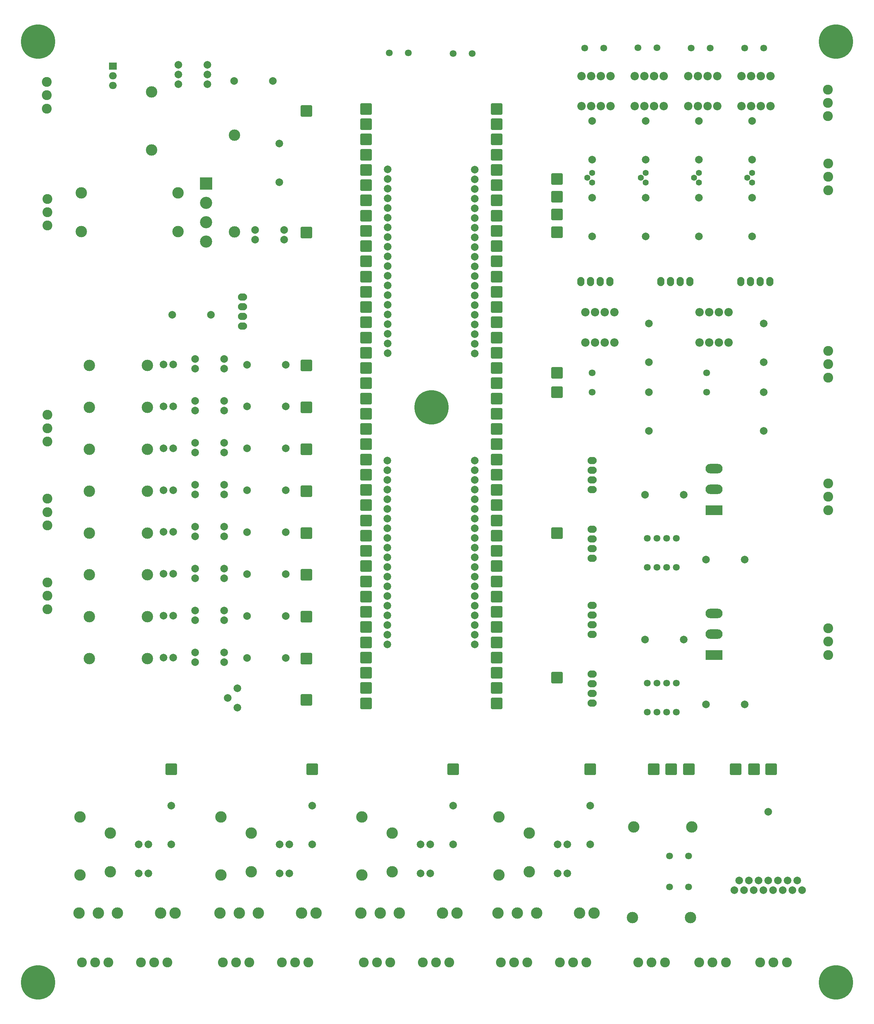
<source format=gbr>
%TF.GenerationSoftware,KiCad,Pcbnew,9.0.3*%
%TF.CreationDate,2025-10-22T18:44:45-06:00*%
%TF.ProjectId,PCB_HORNO,5043425f-484f-4524-9e4f-2e6b69636164,rev?*%
%TF.SameCoordinates,Original*%
%TF.FileFunction,Soldermask,Bot*%
%TF.FilePolarity,Negative*%
%FSLAX46Y46*%
G04 Gerber Fmt 4.6, Leading zero omitted, Abs format (unit mm)*
G04 Created by KiCad (PCBNEW 9.0.3) date 2025-10-22 18:44:45*
%MOMM*%
%LPD*%
G01*
G04 APERTURE LIST*
G04 Aperture macros list*
%AMRoundRect*
0 Rectangle with rounded corners*
0 $1 Rounding radius*
0 $2 $3 $4 $5 $6 $7 $8 $9 X,Y pos of 4 corners*
0 Add a 4 corners polygon primitive as box body*
4,1,4,$2,$3,$4,$5,$6,$7,$8,$9,$2,$3,0*
0 Add four circle primitives for the rounded corners*
1,1,$1+$1,$2,$3*
1,1,$1+$1,$4,$5*
1,1,$1+$1,$6,$7*
1,1,$1+$1,$8,$9*
0 Add four rect primitives between the rounded corners*
20,1,$1+$1,$2,$3,$4,$5,0*
20,1,$1+$1,$4,$5,$6,$7,0*
20,1,$1+$1,$6,$7,$8,$9,0*
20,1,$1+$1,$8,$9,$2,$3,0*%
G04 Aperture macros list end*
%ADD10RoundRect,0.288462X1.211538X-1.211538X1.211538X1.211538X-1.211538X1.211538X-1.211538X-1.211538X0*%
%ADD11C,2.000000*%
%ADD12C,2.204000*%
%ADD13C,9.000000*%
%ADD14C,2.600000*%
%ADD15R,3.200000X3.200000*%
%ADD16C,3.200000*%
%ADD17RoundRect,0.288462X-1.211538X-1.211538X1.211538X-1.211538X1.211538X1.211538X-1.211538X1.211538X0*%
%ADD18C,3.000000*%
%ADD19C,1.800000*%
%ADD20O,2.400000X1.900000*%
%ADD21O,1.900000X2.400000*%
%ADD22RoundRect,0.288462X1.211538X1.211538X-1.211538X1.211538X-1.211538X-1.211538X1.211538X-1.211538X0*%
%ADD23R,4.500000X2.500000*%
%ADD24O,4.500000X2.500000*%
%ADD25R,2.000000X1.905000*%
%ADD26O,2.000000X1.905000*%
%ADD27C,1.600000*%
G04 APERTURE END LIST*
D10*
%TO.C,PX62*%
X237000000Y-212000000D03*
%TD*%
D11*
%TO.C,R12*%
X107900000Y-47740000D03*
X107900000Y-57900000D03*
%TD*%
D12*
%TO.C,U12*%
X229190000Y-37970000D03*
X231730000Y-37970000D03*
X234270000Y-37970000D03*
X236810000Y-37970000D03*
X236810000Y-30030000D03*
X234270000Y-30030000D03*
X231730000Y-30030000D03*
X229190000Y-30030000D03*
%TD*%
D13*
%TO.C,H4*%
X44500000Y-268000000D03*
%TD*%
D11*
%TO.C,R22*%
X235000000Y-95000000D03*
X235000000Y-105160000D03*
%TD*%
D14*
%TO.C,J0_1*%
X47000000Y-119000000D03*
X47000000Y-122500000D03*
X47000000Y-126000000D03*
%TD*%
D15*
%TO.C,D10*%
X88600000Y-58260000D03*
D16*
X88600000Y-63340000D03*
X88600000Y-68420000D03*
X88600000Y-73500000D03*
%TD*%
D14*
%TO.C,J0_5*%
X252000000Y-60000000D03*
X252000000Y-56500000D03*
X252000000Y-53000000D03*
%TD*%
D17*
%TO.C,PX48*%
X115000000Y-128000000D03*
%TD*%
D18*
%TO.C,D12*%
X137500000Y-228767500D03*
X137500000Y-238927500D03*
%TD*%
D10*
%TO.C,PX69*%
X79500000Y-212000000D03*
%TD*%
D17*
%TO.C,P18*%
X130600000Y-82700000D03*
%TD*%
%TO.C,P22*%
X130600000Y-70700000D03*
%TD*%
D18*
%TO.C,R40*%
X200560000Y-251000000D03*
X215800000Y-251000000D03*
%TD*%
D11*
%TO.C,R15*%
X204000000Y-52000000D03*
X204000000Y-41840000D03*
%TD*%
%TO.C,U20*%
X236220000Y-223200000D03*
X227330000Y-243740000D03*
X228600000Y-241200000D03*
X229870000Y-243740000D03*
X231140000Y-241200000D03*
X232410000Y-243740000D03*
X233680000Y-241200000D03*
X234950000Y-243740000D03*
X236220000Y-241200000D03*
X237490000Y-243740000D03*
X238760000Y-241200000D03*
X240030000Y-243740000D03*
X241300000Y-241200000D03*
X242570000Y-243740000D03*
X243840000Y-241200000D03*
X245110000Y-243740000D03*
%TD*%
%TO.C,U8*%
X85795000Y-181325000D03*
X85795000Y-183865000D03*
X93415000Y-183865000D03*
X93415000Y-181325000D03*
%TD*%
%TO.C,R7*%
X99420000Y-171800000D03*
X109580000Y-171800000D03*
%TD*%
D18*
%TO.C,R13*%
X74295000Y-49440000D03*
X74295000Y-34200000D03*
%TD*%
D10*
%TO.C,PX45*%
X206120000Y-212000000D03*
%TD*%
D18*
%TO.C,R28*%
X58000000Y-106000000D03*
X73240000Y-106000000D03*
%TD*%
%TO.C,R33*%
X58000000Y-161000000D03*
X73240000Y-161000000D03*
%TD*%
D10*
%TO.C,PX72*%
X189500000Y-212000000D03*
%TD*%
D19*
%TO.C,C3*%
X235000000Y-22677500D03*
X230000000Y-22677500D03*
%TD*%
D17*
%TO.C,PX33*%
X164900000Y-154700000D03*
%TD*%
%TO.C,P34*%
X164900000Y-66700000D03*
%TD*%
D11*
%TO.C,D7*%
X80000000Y-171740000D03*
X77460000Y-171740000D03*
%TD*%
D17*
%TO.C,PX50*%
X115000000Y-150000000D03*
%TD*%
D14*
%TO.C,J0_3*%
X47000000Y-163000000D03*
X47000000Y-166500000D03*
X47000000Y-170000000D03*
%TD*%
D17*
%TO.C,P26*%
X164900000Y-86700000D03*
%TD*%
D20*
%TO.C,PS1*%
X190000000Y-169000000D03*
X190000000Y-171540000D03*
X190000000Y-174080000D03*
X190000000Y-176620000D03*
%TD*%
D17*
%TO.C,3V3a1*%
X130600000Y-46700000D03*
%TD*%
%TO.C,P0*%
X130600000Y-66700000D03*
%TD*%
%TO.C,PX12*%
X130600000Y-154700000D03*
%TD*%
D11*
%TO.C,D6*%
X80000000Y-160740000D03*
X77460000Y-160740000D03*
%TD*%
D17*
%TO.C,PX27*%
X164900000Y-178700000D03*
%TD*%
D11*
%TO.C,J2*%
X136200000Y-130980000D03*
X136200000Y-133520000D03*
X136200000Y-136060000D03*
X136200000Y-138600000D03*
X136200000Y-141140000D03*
X136200000Y-143680000D03*
X136200000Y-146220000D03*
X136200000Y-148760000D03*
X136200000Y-151300000D03*
X136200000Y-153840000D03*
X136200000Y-156380000D03*
X136200000Y-158920000D03*
X136200000Y-161460000D03*
X136200000Y-164000000D03*
X136200000Y-166540000D03*
X136200000Y-169080000D03*
X136200000Y-171620000D03*
X136200000Y-174160000D03*
X136200000Y-176700000D03*
X136200000Y-179240000D03*
%TD*%
%TO.C,R16*%
X218000000Y-52000000D03*
X218000000Y-41840000D03*
%TD*%
D17*
%TO.C,PX26*%
X164900000Y-182700000D03*
%TD*%
%TO.C,PX39*%
X164900000Y-130700000D03*
%TD*%
D11*
%TO.C,R49*%
X89945000Y-92735000D03*
X79785000Y-92735000D03*
%TD*%
D17*
%TO.C,P5*%
X130600000Y-86700000D03*
%TD*%
D21*
%TO.C,PS6*%
X229000000Y-84000000D03*
X231540000Y-84000000D03*
X234080000Y-84000000D03*
X236620000Y-84000000D03*
%TD*%
D22*
%TO.C,PX124*%
X180760000Y-57100000D03*
%TD*%
D11*
%TO.C,U14*%
X101495000Y-70425000D03*
X101495000Y-72965000D03*
X109115000Y-72965000D03*
X109115000Y-70425000D03*
%TD*%
%TO.C,D2*%
X80000000Y-116740000D03*
X77460000Y-116740000D03*
%TD*%
D12*
%TO.C,U11*%
X215190000Y-37970000D03*
X217730000Y-37970000D03*
X220270000Y-37970000D03*
X222810000Y-37970000D03*
X222810000Y-30030000D03*
X220270000Y-30030000D03*
X217730000Y-30030000D03*
X215190000Y-30030000D03*
%TD*%
D19*
%TO.C,C8*%
X220000000Y-108000000D03*
X220000000Y-113000000D03*
%TD*%
D10*
%TO.C,PX67*%
X153500000Y-212000000D03*
%TD*%
D11*
%TO.C,U1*%
X85795000Y-104325000D03*
X85795000Y-106865000D03*
X93415000Y-106865000D03*
X93415000Y-104325000D03*
%TD*%
D23*
%TO.C,Q7*%
X222000000Y-144000000D03*
D24*
X222000000Y-138550000D03*
X222000000Y-133100000D03*
%TD*%
D17*
%TO.C,PX3*%
X130600000Y-118700000D03*
%TD*%
D11*
%TO.C,U4*%
X85795000Y-137325000D03*
X85795000Y-139865000D03*
X93415000Y-139865000D03*
X93415000Y-137325000D03*
%TD*%
D12*
%TO.C,U9*%
X187187500Y-37970000D03*
X189727500Y-37970000D03*
X192267500Y-37970000D03*
X194807500Y-37970000D03*
X194807500Y-30030000D03*
X192267500Y-30030000D03*
X189727500Y-30030000D03*
X187187500Y-30030000D03*
%TD*%
D18*
%TO.C,R31*%
X58000000Y-139000000D03*
X73240000Y-139000000D03*
%TD*%
D17*
%TO.C,PX49*%
X115000000Y-139000000D03*
%TD*%
D18*
%TO.C,R39*%
X200900000Y-227200000D03*
X216140000Y-227200000D03*
%TD*%
%TO.C,R45*%
X129500000Y-239767500D03*
X129500000Y-224527500D03*
%TD*%
D17*
%TO.C,PX29*%
X164900000Y-170700000D03*
%TD*%
D19*
%TO.C,U19*%
X204500000Y-159000000D03*
X207040000Y-159000000D03*
X209580000Y-159000000D03*
X212120000Y-159000000D03*
X212120000Y-151380000D03*
X209580000Y-151380000D03*
X207040000Y-151380000D03*
X204500000Y-151380000D03*
%TD*%
D18*
%TO.C,R10*%
X55900000Y-60700000D03*
X81300000Y-60700000D03*
%TD*%
%TO.C,R43*%
X92500000Y-239767500D03*
X92500000Y-224527500D03*
%TD*%
D25*
%TO.C,Q5*%
X64180000Y-27420000D03*
D26*
X64180000Y-29960000D03*
X64180000Y-32500000D03*
%TD*%
D17*
%TO.C,PX28*%
X164900000Y-174700000D03*
%TD*%
D14*
%TO.C,J0_13*%
X252000000Y-109200000D03*
X252000000Y-105700000D03*
X252000000Y-102200000D03*
%TD*%
%TO.C,J0_25*%
X166000000Y-262767500D03*
X169500000Y-262767500D03*
X173000000Y-262767500D03*
%TD*%
D17*
%TO.C,P17*%
X130600000Y-102700000D03*
%TD*%
D11*
%TO.C,D8*%
X80000000Y-182740000D03*
X77460000Y-182740000D03*
%TD*%
%TO.C,J3*%
X159160000Y-179260000D03*
X159160000Y-176720000D03*
X159160000Y-174180000D03*
X159160000Y-171640000D03*
X159160000Y-169100000D03*
X159160000Y-166560000D03*
X159160000Y-164020000D03*
X159160000Y-161480000D03*
X159160000Y-158940000D03*
X159160000Y-156400000D03*
X159160000Y-153860000D03*
X159160000Y-151320000D03*
X159160000Y-148780000D03*
X159160000Y-146240000D03*
X159160000Y-143700000D03*
X159160000Y-141160000D03*
X159160000Y-138620000D03*
X159160000Y-136080000D03*
X159160000Y-133540000D03*
X159160000Y-131000000D03*
%TD*%
D18*
%TO.C,R11*%
X96100000Y-45600000D03*
X96100000Y-71000000D03*
%TD*%
D11*
%TO.C,J1*%
X136300000Y-54500000D03*
X136300000Y-57040000D03*
X136300000Y-59580000D03*
X136300000Y-62120000D03*
X136300000Y-64660000D03*
X136300000Y-67200000D03*
X136300000Y-69740000D03*
X136300000Y-72280000D03*
X136300000Y-74820000D03*
X136300000Y-77360000D03*
X136300000Y-79900000D03*
X136300000Y-82440000D03*
X136300000Y-84980000D03*
X136300000Y-87520000D03*
X136300000Y-90060000D03*
X136300000Y-92600000D03*
X136300000Y-95140000D03*
X136300000Y-97680000D03*
X136300000Y-100220000D03*
X136300000Y-102760000D03*
%TD*%
%TO.C,R38*%
X190000000Y-62000000D03*
X190000000Y-72160000D03*
%TD*%
D17*
%TO.C,GND3*%
X164900000Y-38700000D03*
%TD*%
%TO.C,PX25*%
X164900000Y-186700000D03*
%TD*%
%TO.C,P32*%
X164900000Y-74700000D03*
%TD*%
D11*
%TO.C,R1*%
X99420000Y-105800000D03*
X109580000Y-105800000D03*
%TD*%
D17*
%TO.C,PX38*%
X164900000Y-134700000D03*
%TD*%
D11*
%TO.C,R41*%
X79500000Y-231767500D03*
X79500000Y-221607500D03*
%TD*%
D17*
%TO.C,PX5*%
X130600000Y-126700000D03*
%TD*%
%TO.C,P21*%
X164900000Y-106700000D03*
%TD*%
D11*
%TO.C,R36*%
X218000000Y-62000000D03*
X218000000Y-72160000D03*
%TD*%
D20*
%TO.C,PS4*%
X190000000Y-131000000D03*
X190000000Y-133540000D03*
X190000000Y-136080000D03*
X190000000Y-138620000D03*
%TD*%
D11*
%TO.C,R26*%
X230000000Y-157000000D03*
X219840000Y-157000000D03*
%TD*%
D17*
%TO.C,P38*%
X164900000Y-58700000D03*
%TD*%
%TO.C,PX17*%
X130600000Y-174700000D03*
%TD*%
D14*
%TO.C,J0_20*%
X71500000Y-262767500D03*
X75000000Y-262767500D03*
X78500000Y-262767500D03*
%TD*%
D17*
%TO.C,PX37*%
X164900000Y-138700000D03*
%TD*%
D19*
%TO.C,C6*%
X193000000Y-22677500D03*
X188000000Y-22677500D03*
%TD*%
D17*
%TO.C,PX51*%
X115000000Y-161000000D03*
%TD*%
D22*
%TO.C,PX80*%
X180760000Y-150000000D03*
%TD*%
D17*
%TO.C,P12*%
X164900000Y-98700000D03*
%TD*%
D27*
%TO.C,Q1*%
X190000000Y-58000000D03*
X188730000Y-56730000D03*
X190000000Y-55460000D03*
%TD*%
D17*
%TO.C,PX7*%
X130600000Y-134700000D03*
%TD*%
%TO.C,TX1*%
X130600000Y-58700000D03*
%TD*%
D18*
%TO.C,R29*%
X58000000Y-117000000D03*
X73240000Y-117000000D03*
%TD*%
D11*
%TO.C,R5*%
X99420000Y-149800000D03*
X109580000Y-149800000D03*
%TD*%
D18*
%TO.C,R42*%
X55500000Y-239767500D03*
X55500000Y-224527500D03*
%TD*%
D19*
%TO.C,C1*%
X141700000Y-24000000D03*
X136700000Y-24000000D03*
%TD*%
D17*
%TO.C,PX47*%
X115000000Y-117000000D03*
%TD*%
D13*
%TO.C,H3*%
X254000000Y-268000000D03*
%TD*%
D18*
%TO.C,R47*%
X165500000Y-239767500D03*
X165500000Y-224527500D03*
%TD*%
D17*
%TO.C,RX1*%
X130600000Y-54700000D03*
%TD*%
D12*
%TO.C,U18*%
X188190000Y-99970000D03*
X190730000Y-99970000D03*
X193270000Y-99970000D03*
X195810000Y-99970000D03*
X195810000Y-92030000D03*
X193270000Y-92030000D03*
X190730000Y-92030000D03*
X188190000Y-92030000D03*
%TD*%
D11*
%TO.C,U5*%
X85795000Y-148325000D03*
X85795000Y-150865000D03*
X93415000Y-150865000D03*
X93415000Y-148325000D03*
%TD*%
D17*
%TO.C,PX30*%
X164900000Y-166700000D03*
%TD*%
D11*
%TO.C,J4*%
X159160000Y-102840000D03*
X159160000Y-100300000D03*
X159160000Y-97760000D03*
X159160000Y-95220000D03*
X159160000Y-92680000D03*
X159160000Y-90140000D03*
X159160000Y-87600000D03*
X159160000Y-85060000D03*
X159160000Y-82520000D03*
X159160000Y-79980000D03*
X159160000Y-77440000D03*
X159160000Y-74900000D03*
X159160000Y-72360000D03*
X159160000Y-69820000D03*
X159160000Y-67280000D03*
X159160000Y-64740000D03*
X159160000Y-62200000D03*
X159160000Y-59660000D03*
X159160000Y-57120000D03*
X159160000Y-54580000D03*
%TD*%
D17*
%TO.C,PX32*%
X164900000Y-158700000D03*
%TD*%
D14*
%TO.C,J0_19*%
X56000000Y-262767500D03*
X59500000Y-262767500D03*
X63000000Y-262767500D03*
%TD*%
D11*
%TO.C,R23*%
X204900000Y-113000000D03*
X204900000Y-123160000D03*
%TD*%
D17*
%TO.C,P13*%
X164900000Y-102700000D03*
%TD*%
D18*
%TO.C,R34*%
X58000000Y-172000000D03*
X73240000Y-172000000D03*
%TD*%
D11*
%TO.C,U6*%
X85795000Y-159325000D03*
X85795000Y-161865000D03*
X93415000Y-161865000D03*
X93415000Y-159325000D03*
%TD*%
D19*
%TO.C,C4*%
X221000000Y-22677500D03*
X216000000Y-22677500D03*
%TD*%
D14*
%TO.C,J0_6*%
X251900000Y-40600000D03*
X251900000Y-37100000D03*
X251900000Y-33600000D03*
%TD*%
D22*
%TO.C,PX121*%
X180760000Y-71050000D03*
%TD*%
D11*
%TO.C,D5*%
X80000000Y-149740000D03*
X77460000Y-149740000D03*
%TD*%
D17*
%TO.C,PX8*%
X130600000Y-138700000D03*
%TD*%
%TO.C,PX6*%
X130600000Y-130700000D03*
%TD*%
%TO.C,PX16*%
X130600000Y-170700000D03*
%TD*%
D10*
%TO.C,PX55*%
X227700000Y-212000000D03*
%TD*%
D17*
%TO.C,3V3b1*%
X164900000Y-46700000D03*
%TD*%
D14*
%TO.C,J0_16*%
X234100000Y-262700000D03*
X237600000Y-262700000D03*
X241100000Y-262700000D03*
%TD*%
D17*
%TO.C,PX10*%
X130600000Y-146700000D03*
%TD*%
%TO.C,PX21*%
X130600000Y-190700000D03*
%TD*%
%TO.C,PX13*%
X130600000Y-158700000D03*
%TD*%
D11*
%TO.C,D3*%
X80000000Y-127740000D03*
X77460000Y-127740000D03*
%TD*%
D17*
%TO.C,PX43*%
X164900000Y-114700000D03*
%TD*%
D11*
%TO.C,R46*%
X153500000Y-231767500D03*
X153500000Y-221607500D03*
%TD*%
D19*
%TO.C,C9*%
X190000000Y-108000000D03*
X190000000Y-113000000D03*
%TD*%
D17*
%TO.C,PX11*%
X130600000Y-150700000D03*
%TD*%
%TO.C,P37*%
X164900000Y-54700000D03*
%TD*%
D18*
%TO.C,R30*%
X58000000Y-128000000D03*
X73240000Y-128000000D03*
%TD*%
D14*
%TO.C,J0_8*%
X47000000Y-62300000D03*
X47000000Y-65800000D03*
X47000000Y-69300000D03*
%TD*%
D17*
%TO.C,PX24*%
X164900000Y-190700000D03*
%TD*%
%TO.C,PX52*%
X115000000Y-172000000D03*
%TD*%
%TO.C,PX44*%
X164900000Y-110700000D03*
%TD*%
%TO.C,RST1*%
X130600000Y-62700000D03*
%TD*%
D27*
%TO.C,Q3*%
X218000000Y-58000000D03*
X216730000Y-56730000D03*
X218000000Y-55460000D03*
%TD*%
D13*
%TO.C,H2*%
X254000000Y-21000000D03*
%TD*%
D17*
%TO.C,PX19*%
X130600000Y-182700000D03*
%TD*%
D14*
%TO.C,J0_7*%
X46800000Y-31600000D03*
X46800000Y-35100000D03*
X46800000Y-38600000D03*
%TD*%
D17*
%TO.C,PX14*%
X130600000Y-162700000D03*
%TD*%
%TO.C,P39*%
X164900000Y-62700000D03*
%TD*%
D18*
%TO.C,R27*%
X58000000Y-183000000D03*
X73240000Y-183000000D03*
%TD*%
D17*
%TO.C,P35*%
X164900000Y-70700000D03*
%TD*%
D11*
%TO.C,R44*%
X116500000Y-231767500D03*
X116500000Y-221607500D03*
%TD*%
%TO.C,R18*%
X106180000Y-31300000D03*
X96020000Y-31300000D03*
%TD*%
D18*
%TO.C,R9*%
X55900000Y-70900000D03*
X81300000Y-70900000D03*
%TD*%
%TO.C,K3*%
X134340000Y-249767500D03*
X139380000Y-249767500D03*
X129300000Y-249767500D03*
X154500000Y-249767500D03*
X150720000Y-249767500D03*
%TD*%
D11*
%TO.C,D1*%
X80000000Y-105740000D03*
X77460000Y-105740000D03*
%TD*%
%TO.C,R17*%
X232000000Y-52000000D03*
X232000000Y-41840000D03*
%TD*%
D17*
%TO.C,P2*%
X130600000Y-94700000D03*
%TD*%
D11*
%TO.C,U21*%
X110500000Y-231767500D03*
X107960000Y-231767500D03*
X107960000Y-239387500D03*
X110500000Y-239387500D03*
%TD*%
D14*
%TO.C,J0_2*%
X47000000Y-141000000D03*
X47000000Y-144500000D03*
X47000000Y-148000000D03*
%TD*%
%TO.C,J0_24*%
X145500000Y-262767500D03*
X149000000Y-262767500D03*
X152500000Y-262767500D03*
%TD*%
D19*
%TO.C,C2*%
X153500000Y-24100000D03*
X158500000Y-24100000D03*
%TD*%
D17*
%TO.C,5Va1*%
X130600000Y-42700000D03*
%TD*%
D11*
%TO.C,R19*%
X214000000Y-178000000D03*
X203840000Y-178000000D03*
%TD*%
%TO.C,R4*%
X99420000Y-138800000D03*
X109580000Y-138800000D03*
%TD*%
%TO.C,R24*%
X204900000Y-95000000D03*
X204900000Y-105160000D03*
%TD*%
D17*
%TO.C,PX23*%
X164900000Y-194700000D03*
%TD*%
D22*
%TO.C,PX119*%
X180760000Y-108000000D03*
%TD*%
D17*
%TO.C,P15*%
X130600000Y-90700000D03*
%TD*%
D10*
%TO.C,PX63*%
X116500000Y-212000000D03*
%TD*%
D11*
%TO.C,RV1*%
X96840000Y-195840000D03*
X94300000Y-193300000D03*
X96840000Y-190760000D03*
%TD*%
%TO.C,U7*%
X85795000Y-170325000D03*
X85795000Y-172865000D03*
X93415000Y-172865000D03*
X93415000Y-170325000D03*
%TD*%
D17*
%TO.C,P27*%
X164900000Y-90700000D03*
%TD*%
D11*
%TO.C,U3*%
X85795000Y-126325000D03*
X85795000Y-128865000D03*
X93415000Y-128865000D03*
X93415000Y-126325000D03*
%TD*%
D17*
%TO.C,PX40*%
X164900000Y-126700000D03*
%TD*%
%TO.C,PX9*%
X130600000Y-142700000D03*
%TD*%
D22*
%TO.C,PX118*%
X180760000Y-113000000D03*
%TD*%
D11*
%TO.C,U16*%
X73500000Y-231767500D03*
X70960000Y-231767500D03*
X70960000Y-239387500D03*
X73500000Y-239387500D03*
%TD*%
D17*
%TO.C,P36*%
X164900000Y-50700000D03*
%TD*%
D19*
%TO.C,C10*%
X210300000Y-242900000D03*
X215300000Y-242900000D03*
%TD*%
D11*
%TO.C,R37*%
X204000000Y-62000000D03*
X204000000Y-72160000D03*
%TD*%
%TO.C,R3*%
X99420000Y-127800000D03*
X109580000Y-127800000D03*
%TD*%
D22*
%TO.C,PX66*%
X180760000Y-188000000D03*
%TD*%
D17*
%TO.C,PX4*%
X130600000Y-122700000D03*
%TD*%
%TO.C,PX35*%
X164900000Y-146700000D03*
%TD*%
D10*
%TO.C,PX111*%
X232450000Y-212000000D03*
%TD*%
D21*
%TO.C,PS8*%
X187000000Y-84000000D03*
X189540000Y-84000000D03*
X192080000Y-84000000D03*
X194620000Y-84000000D03*
%TD*%
D12*
%TO.C,U17*%
X218190000Y-99970000D03*
X220730000Y-99970000D03*
X223270000Y-99970000D03*
X225810000Y-99970000D03*
X225810000Y-92030000D03*
X223270000Y-92030000D03*
X220730000Y-92030000D03*
X218190000Y-92030000D03*
%TD*%
D17*
%TO.C,P14*%
X164900000Y-94700000D03*
%TD*%
D20*
%TO.C,PS3*%
X190000000Y-149000000D03*
X190000000Y-151540000D03*
X190000000Y-154080000D03*
X190000000Y-156620000D03*
%TD*%
D18*
%TO.C,D11*%
X100500000Y-228767500D03*
X100500000Y-238927500D03*
%TD*%
D22*
%TO.C,PX59*%
X115000000Y-193800000D03*
%TD*%
D17*
%TO.C,PX36*%
X164900000Y-142700000D03*
%TD*%
%TO.C,PX57*%
X115000000Y-39200000D03*
%TD*%
%TO.C,PX53*%
X115000000Y-183000000D03*
%TD*%
D22*
%TO.C,PX122*%
X180760000Y-66400000D03*
%TD*%
D17*
%TO.C,PX42*%
X164900000Y-118700000D03*
%TD*%
D18*
%TO.C,R32*%
X58000000Y-150000000D03*
X73240000Y-150000000D03*
%TD*%
D10*
%TO.C,PX112*%
X210700000Y-212000000D03*
%TD*%
D17*
%TO.C,P16*%
X130600000Y-106700000D03*
%TD*%
D21*
%TO.C,PS7*%
X208000000Y-84000000D03*
X210540000Y-84000000D03*
X213080000Y-84000000D03*
X215620000Y-84000000D03*
%TD*%
D11*
%TO.C,D4*%
X80000000Y-138740000D03*
X77460000Y-138740000D03*
%TD*%
D17*
%TO.C,PX1*%
X130600000Y-110700000D03*
%TD*%
D11*
%TO.C,U2*%
X85795000Y-115325000D03*
X85795000Y-117865000D03*
X93415000Y-117865000D03*
X93415000Y-115325000D03*
%TD*%
D23*
%TO.C,Q6*%
X222000000Y-182000000D03*
D24*
X222000000Y-176550000D03*
X222000000Y-171100000D03*
%TD*%
D17*
%TO.C,PX2*%
X130600000Y-114700000D03*
%TD*%
D11*
%TO.C,R8*%
X99420000Y-182800000D03*
X109580000Y-182800000D03*
%TD*%
%TO.C,R48*%
X189500000Y-231767500D03*
X189500000Y-221607500D03*
%TD*%
D20*
%TO.C,PS2*%
X190000000Y-187000000D03*
X190000000Y-189540000D03*
X190000000Y-192080000D03*
X190000000Y-194620000D03*
%TD*%
D17*
%TO.C,PX34*%
X164900000Y-150700000D03*
%TD*%
D19*
%TO.C,C5*%
X207000000Y-22600000D03*
X202000000Y-22600000D03*
%TD*%
D17*
%TO.C,PX22*%
X130600000Y-194700000D03*
%TD*%
D11*
%TO.C,R6*%
X99420000Y-160800000D03*
X109580000Y-160800000D03*
%TD*%
%TO.C,R20*%
X230000000Y-195000000D03*
X219840000Y-195000000D03*
%TD*%
%TO.C,R14*%
X190000000Y-52000000D03*
X190000000Y-41840000D03*
%TD*%
D17*
%TO.C,PX20*%
X130600000Y-186700000D03*
%TD*%
%TO.C,5Vb1*%
X164900000Y-42700000D03*
%TD*%
D14*
%TO.C,J0_23*%
X130000000Y-262767500D03*
X133500000Y-262767500D03*
X137000000Y-262767500D03*
%TD*%
D17*
%TO.C,P23*%
X130600000Y-78700000D03*
%TD*%
D19*
%TO.C,U15*%
X204500000Y-197000000D03*
X207040000Y-197000000D03*
X209580000Y-197000000D03*
X212120000Y-197000000D03*
X212120000Y-189380000D03*
X209580000Y-189380000D03*
X207040000Y-189380000D03*
X204500000Y-189380000D03*
%TD*%
D13*
%TO.C,H5*%
X147800000Y-117000000D03*
%TD*%
D17*
%TO.C,PX54*%
X115000000Y-71125000D03*
%TD*%
D14*
%TO.C,J0_10*%
X218100000Y-262700000D03*
X221600000Y-262700000D03*
X225100000Y-262700000D03*
%TD*%
%TO.C,J0_26*%
X181500000Y-262767500D03*
X185000000Y-262767500D03*
X188500000Y-262767500D03*
%TD*%
D17*
%TO.C,P19*%
X130600000Y-74700000D03*
%TD*%
%TO.C,PX41*%
X164900000Y-122700000D03*
%TD*%
%TO.C,P33*%
X164900000Y-78700000D03*
%TD*%
D11*
%TO.C,U23*%
X183500000Y-231767500D03*
X180960000Y-231767500D03*
X180960000Y-239387500D03*
X183500000Y-239387500D03*
%TD*%
D18*
%TO.C,K4*%
X170340000Y-249767500D03*
X175380000Y-249767500D03*
X165300000Y-249767500D03*
X190500000Y-249767500D03*
X186720000Y-249767500D03*
%TD*%
D17*
%TO.C,PX18*%
X130600000Y-178700000D03*
%TD*%
D14*
%TO.C,J0_9*%
X202100000Y-262700000D03*
X205600000Y-262700000D03*
X209100000Y-262700000D03*
%TD*%
D11*
%TO.C,R21*%
X235000000Y-113000000D03*
X235000000Y-123160000D03*
%TD*%
D18*
%TO.C,K2*%
X97340000Y-249767500D03*
X102380000Y-249767500D03*
X92300000Y-249767500D03*
X117500000Y-249767500D03*
X113720000Y-249767500D03*
%TD*%
D27*
%TO.C,Q2*%
X204000000Y-58000000D03*
X202730000Y-56730000D03*
X204000000Y-55460000D03*
%TD*%
D11*
%TO.C,R25*%
X214000000Y-140000000D03*
X203840000Y-140000000D03*
%TD*%
D14*
%TO.C,J0_14*%
X252000000Y-144000000D03*
X252000000Y-140500000D03*
X252000000Y-137000000D03*
%TD*%
D17*
%TO.C,GND2*%
X130600000Y-50700000D03*
%TD*%
D11*
%TO.C,R2*%
X99420000Y-116800000D03*
X109580000Y-116800000D03*
%TD*%
D14*
%TO.C,J0_18*%
X252000000Y-182000000D03*
X252000000Y-178500000D03*
X252000000Y-175000000D03*
%TD*%
D22*
%TO.C,PX123*%
X180760000Y-61750000D03*
%TD*%
D10*
%TO.C,PX113*%
X215350000Y-212000000D03*
%TD*%
D14*
%TO.C,J0_22*%
X108500000Y-262767500D03*
X112000000Y-262767500D03*
X115500000Y-262767500D03*
%TD*%
D17*
%TO.C,GND1*%
X130600000Y-38700000D03*
%TD*%
D11*
%TO.C,U13*%
X89000000Y-32180000D03*
X89000000Y-29640000D03*
X89000000Y-27100000D03*
X81380000Y-27100000D03*
X81380000Y-29640000D03*
X81380000Y-32180000D03*
%TD*%
D18*
%TO.C,D13*%
X173500000Y-228767500D03*
X173500000Y-238927500D03*
%TD*%
%TO.C,K1*%
X60340000Y-249767500D03*
X65380000Y-249767500D03*
X55300000Y-249767500D03*
X80500000Y-249767500D03*
X76720000Y-249767500D03*
%TD*%
D27*
%TO.C,Q4*%
X232000000Y-58000000D03*
X230730000Y-56730000D03*
X232000000Y-55460000D03*
%TD*%
D17*
%TO.C,P25*%
X164900000Y-82700000D03*
%TD*%
%TO.C,PX31*%
X164900000Y-162700000D03*
%TD*%
D20*
%TO.C,PS5*%
X98242500Y-88027500D03*
X98242500Y-90567500D03*
X98242500Y-93107500D03*
X98242500Y-95647500D03*
%TD*%
D19*
%TO.C,C11*%
X210300000Y-234800000D03*
X215300000Y-234800000D03*
%TD*%
D11*
%TO.C,R35*%
X232000000Y-62000000D03*
X232000000Y-72160000D03*
%TD*%
D17*
%TO.C,PX15*%
X130600000Y-166700000D03*
%TD*%
D18*
%TO.C,D9*%
X63500000Y-228767500D03*
X63500000Y-238927500D03*
%TD*%
D17*
%TO.C,P4*%
X130600000Y-98700000D03*
%TD*%
D12*
%TO.C,U10*%
X201190000Y-37970000D03*
X203730000Y-37970000D03*
X206270000Y-37970000D03*
X208810000Y-37970000D03*
X208810000Y-30030000D03*
X206270000Y-30030000D03*
X203730000Y-30030000D03*
X201190000Y-30030000D03*
%TD*%
D14*
%TO.C,J0_21*%
X93000000Y-262767500D03*
X96500000Y-262767500D03*
X100000000Y-262767500D03*
%TD*%
D17*
%TO.C,PX46*%
X115000000Y-106000000D03*
%TD*%
D11*
%TO.C,U22*%
X147500000Y-231767500D03*
X144960000Y-231767500D03*
X144960000Y-239387500D03*
X147500000Y-239387500D03*
%TD*%
D13*
%TO.C,H1*%
X44500000Y-21000000D03*
%TD*%
M02*

</source>
